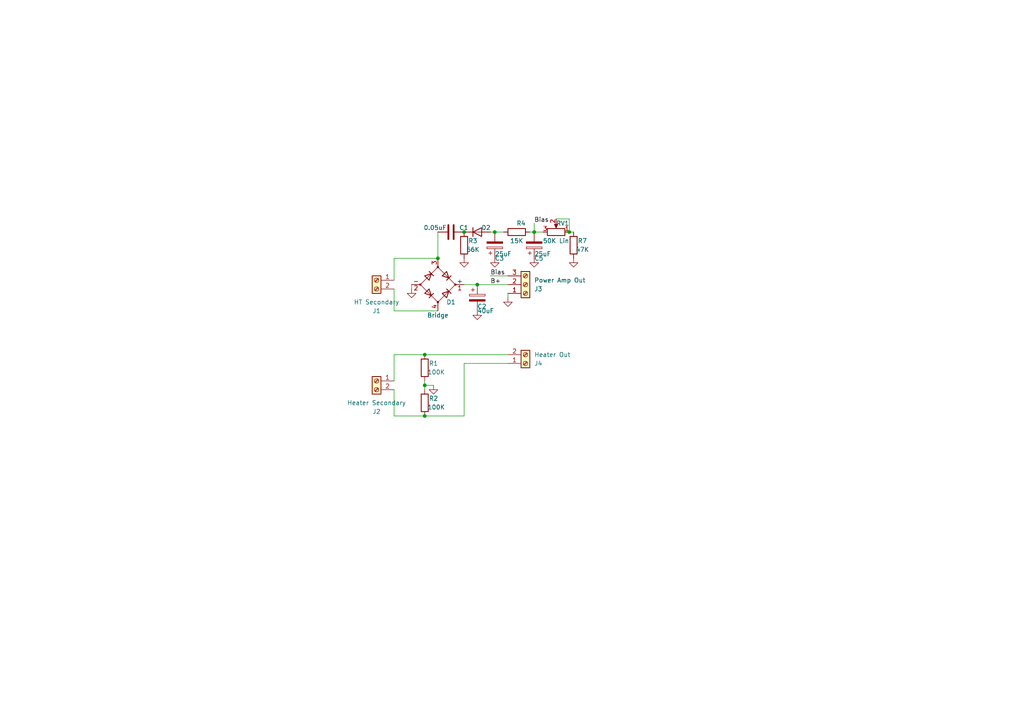
<source format=kicad_sch>
(kicad_sch (version 20230121) (generator eeschema)
  (paper "A4")
  (lib_symbols
    (symbol "Connector:Screw_Terminal_01x02" (pin_names (offset 1.016) hide)
      (property "Reference" "J" (at 0 2.54 0))
      (property "Value" "Screw_Terminal_01x02" (at 0 -5.08 0))
      (symbol "Screw_Terminal_01x02_1_1"
        (rectangle (start -1.27 1.27) (end 1.27 -3.81) (stroke (width 0.254)) (fill (type background)))
        (circle (center 0 -2.54) (radius 0.635) (stroke (width 0.1524)))
        (polyline (pts (xy -0.5334 -2.2098) (xy 0.3302 -3.048)) (stroke (width 0.1524)))
        (polyline (pts (xy -0.5334 0.3302) (xy 0.3302 -0.508)) (stroke (width 0.1524)))
        (polyline (pts (xy -0.3556 -2.032) (xy 0.508 -2.8702)) (stroke (width 0.1524)))
        (polyline (pts (xy -0.3556 0.508) (xy 0.508 -0.3302)) (stroke (width 0.1524)))
        (circle (center 0 0) (radius 0.635) (stroke (width 0.1524)))
        (pin passive line (at -5.08 0 0) (length 3.81) (name "Pin_1") (number "1"))
        (pin passive line (at -5.08 -2.54 0) (length 3.81) (name "Pin_2") (number "2"))
      )
    )
    (symbol "Connector:Screw_Terminal_01x03" (pin_names (offset 1.016) hide)
      (property "Reference" "J" (at 0 5.08 0))
      (property "Value" "Screw_Terminal_01x03" (at 0 -5.08 0))
      (symbol "Screw_Terminal_01x03_1_1"
        (rectangle (start -1.27 3.81) (end 1.27 -3.81) (stroke (width 0.254)) (fill (type background)))
        (circle (center 0 -2.54) (radius 0.635) (stroke (width 0.1524)))
        (polyline (pts (xy -0.5334 -2.2098) (xy 0.3302 -3.048)) (stroke (width 0.1524)))
        (polyline (pts (xy -0.5334 0.3302) (xy 0.3302 -0.508)) (stroke (width 0.1524)))
        (polyline (pts (xy -0.5334 2.8702) (xy 0.3302 2.032)) (stroke (width 0.1524)))
        (polyline (pts (xy -0.3556 -2.032) (xy 0.508 -2.8702)) (stroke (width 0.1524)))
        (polyline (pts (xy -0.3556 0.508) (xy 0.508 -0.3302)) (stroke (width 0.1524)))
        (polyline (pts (xy -0.3556 3.048) (xy 0.508 2.2098)) (stroke (width 0.1524)))
        (circle (center 0 0) (radius 0.635) (stroke (width 0.1524)))
        (circle (center 0 2.54) (radius 0.635) (stroke (width 0.1524)))
        (pin passive line (at -5.08 2.54 0) (length 3.81) (name "Pin_1") (number "1"))
        (pin passive line (at -5.08 0 0) (length 3.81) (name "Pin_2") (number "2"))
        (pin passive line (at -5.08 -2.54 0) (length 3.81) (name "Pin_3") (number "3"))
      )
    )
    (symbol "Device:C" (pin_numbers hide) (pin_names (offset 0.254))
      (property "Reference" "C" (at 0.635 2.54 0))
      (property "Value" "C" (at 0.635 -2.54 0))
      (symbol "C_0_1"
        (polyline (pts (xy -2.032 -0.762) (xy 2.032 -0.762)) (stroke (width 0.508)))
        (polyline (pts (xy -2.032 0.762) (xy 2.032 0.762)) (stroke (width 0.508)))
      )
      (symbol "C_1_1"
        (pin passive line (at 0 3.81 270) (length 2.794) (name "~") (number "1"))
        (pin passive line (at 0 -3.81 90) (length 2.794) (name "~") (number "2"))
      )
    )
    (symbol "Device:C_Polarized" (pin_numbers hide) (pin_names (offset 0.254))
      (property "Reference" "C" (at 0.635 2.54 0))
      (property "Value" "C_Polarized" (at 0.635 -2.54 0))
      (symbol "C_Polarized_0_1"
        (rectangle (start -2.286 0.508) (end 2.286 1.016))
        (polyline (pts (xy -1.778 2.286) (xy -0.762 2.286)))
        (polyline (pts (xy -1.27 2.794) (xy -1.27 1.778)))
        (rectangle (start 2.286 -0.508) (end -2.286 -1.016) (fill (type outline)))
      )
      (symbol "C_Polarized_1_1"
        (pin passive line (at 0 3.81 270) (length 2.794) (name "~") (number "1"))
        (pin passive line (at 0 -3.81 90) (length 2.794) (name "~") (number "2"))
      )
    )
    (symbol "Device:D" (pin_numbers hide) (pin_names (offset 1.016) hide)
      (property "Reference" "D" (at 0 2.54 0))
      (property "Value" "D" (at 0 -2.54 0))
      (symbol "D_0_1"
        (polyline (pts (xy -1.27 1.27) (xy -1.27 -1.27)) (stroke (width 0.254)))
        (polyline (pts (xy 1.27 0) (xy -1.27 0)))
        (polyline (pts (xy 1.27 1.27) (xy 1.27 -1.27) (xy -1.27 0) (xy 1.27 1.27)) (stroke (width 0.254)))
      )
      (symbol "D_1_1"
        (pin passive line (at -3.81 0 0) (length 2.54) (name "K") (number "1"))
        (pin passive line (at 3.81 0 180) (length 2.54) (name "A") (number "2"))
      )
    )
    (symbol "Device:D_Bridge_+-AA" (pin_names (offset 0))
      (property "Reference" "D" (at 2.54 6.985 0))
      (property "Value" "D_Bridge_+-AA" (at 2.54 5.08 0))
      (symbol "D_Bridge_+-AA_0_1"
        (circle (center -5.08 0) (radius 0.254) (fill (type outline)))
        (circle (center 0 -5.08) (radius 0.254) (fill (type outline)))
        (polyline (pts (xy -2.54 3.81) (xy -1.27 2.54)) (stroke (width 0.254)))
        (polyline (pts (xy -1.27 -2.54) (xy -2.54 -3.81)) (stroke (width 0.254)))
        (polyline (pts (xy 2.54 -1.27) (xy 3.81 -2.54)) (stroke (width 0.254)))
        (polyline (pts (xy 2.54 1.27) (xy 3.81 2.54)) (stroke (width 0.254)))
        (polyline (pts (xy -3.81 2.54) (xy -2.54 1.27) (xy -1.905 3.175) (xy -3.81 2.54)) (stroke (width 0.254)))
        (polyline (pts (xy -2.54 -1.27) (xy -3.81 -2.54) (xy -1.905 -3.175) (xy -2.54 -1.27)) (stroke (width 0.254)))
        (polyline (pts (xy 1.27 2.54) (xy 2.54 3.81) (xy 3.175 1.905) (xy 1.27 2.54)) (stroke (width 0.254)))
        (polyline (pts (xy 3.175 -1.905) (xy 1.27 -2.54) (xy 2.54 -3.81) (xy 3.175 -1.905)) (stroke (width 0.254)))
        (polyline (pts (xy -5.08 0) (xy 0 -5.08) (xy 5.08 0) (xy 0 5.08) (xy -5.08 0)))
        (circle (center 0 5.08) (radius 0.254) (fill (type outline)))
        (circle (center 5.08 0) (radius 0.254) (fill (type outline)))
      )
      (symbol "D_Bridge_+-AA_1_1"
        (pin passive line (at 7.62 0 180) (length 2.54) (name "+") (number "1"))
        (pin passive line (at -7.62 0 0) (length 2.54) (name "-") (number "2"))
        (pin passive line (at 0 7.62 270) (length 2.54) (name "~") (number "3"))
        (pin passive line (at 0 -7.62 90) (length 2.54) (name "~") (number "4"))
      )
    )
    (symbol "Device:R" (pin_numbers hide) (pin_names (offset 0))
      (property "Reference" "R" (at 2.032 0 90))
      (property "Value" "R" (at 0 0 90))
      (symbol "R_0_1"
        (rectangle (start -1.016 -2.54) (end 1.016 2.54) (stroke (width 0.254)))
      )
      (symbol "R_1_1"
        (pin passive line (at 0 3.81 270) (length 1.27) (name "~") (number "1"))
        (pin passive line (at 0 -3.81 90) (length 1.27) (name "~") (number "2"))
      )
    )
    (symbol "Device:R_Potentiometer" (pin_names (offset 1.016) hide)
      (property "Reference" "RV" (at -4.445 0 90))
      (property "Value" "R_Potentiometer" (at -2.54 0 90))
      (symbol "R_Potentiometer_0_1"
        (polyline (pts (xy 2.54 0) (xy 1.524 0)))
        (polyline (pts (xy 1.143 0) (xy 2.286 0.508) (xy 2.286 -0.508) (xy 1.143 0)) (fill (type outline)))
        (rectangle (start 1.016 2.54) (end -1.016 -2.54) (stroke (width 0.254)))
      )
      (symbol "R_Potentiometer_1_1"
        (pin passive line (at 0 3.81 270) (length 1.27) (name "1") (number "1"))
        (pin passive line (at 3.81 0 180) (length 1.27) (name "2") (number "2"))
        (pin passive line (at 0 -3.81 90) (length 1.27) (name "3") (number "3"))
      )
    )
    (symbol "power:GND" (power) (pin_names (offset 0))
      (property "Value" "GND" (at 0 -3.81 0))
      (symbol "GND_0_1"
        (polyline (pts (xy 0 0) (xy 0 -1.27) (xy 1.27 -1.27) (xy 0 -2.54) (xy -1.27 -1.27) (xy 0 -1.27)))
      )
      (symbol "GND_1_1"
        (pin power_in line (at 0 0 270) (length 0) hide (name "GND") (number "1"))
      )
    )
  )
  (junction (at 123.19 111.76))
  (junction (at 154.94 67.31))
  (junction (at 143.51 67.31))
  (junction (at 165.1 67.31))
  (junction (at 127 74.93))
  (junction (at 123.19 102.87))
  (junction (at 123.19 120.65))
  (junction (at 134.62 67.31))
  (junction (at 138.43 82.55))
  (wire (pts (xy 114.3 102.87) (xy 123.19 102.87)))
  (wire (pts (xy 154.94 67.31) (xy 157.48 67.31)))
  (wire (pts (xy 125.73 111.76) (xy 123.19 111.76)))
  (wire (pts (xy 127 67.31) (xy 127 74.93)))
  (wire (pts (xy 154.94 64.77) (xy 154.94 67.31)))
  (wire (pts (xy 134.62 105.41) (xy 147.32 105.41)))
  (wire (pts (xy 114.3 120.65) (xy 123.19 120.65)))
  (wire (pts (xy 146.05 67.31) (xy 143.51 67.31)))
  (wire (pts (xy 123.19 120.65) (xy 134.62 120.65)))
  (wire (pts (xy 165.1 63.5) (xy 165.1 67.31)))
  (wire (pts (xy 134.62 82.55) (xy 138.43 82.55)))
  (wire (pts (xy 114.3 113.03) (xy 114.3 120.65)))
  (wire (pts (xy 123.19 111.76) (xy 123.19 113.03)))
  (wire (pts (xy 114.3 74.93) (xy 127 74.93)))
  (wire (pts (xy 143.51 67.31) (xy 142.24 67.31)))
  (wire (pts (xy 147.32 85.09) (xy 147.32 86.36)))
  (wire (pts (xy 134.62 120.65) (xy 134.62 105.41)))
  (wire (pts (xy 161.29 63.5) (xy 165.1 63.5)))
  (wire (pts (xy 119.38 83.82) (xy 119.38 82.55)))
  (wire (pts (xy 123.19 102.87) (xy 147.32 102.87)))
  (wire (pts (xy 142.24 80.01) (xy 147.32 80.01)))
  (wire (pts (xy 153.67 67.31) (xy 154.94 67.31)))
  (wire (pts (xy 123.19 110.49) (xy 123.19 111.76)))
  (wire (pts (xy 114.3 83.82) (xy 114.3 90.17)))
  (wire (pts (xy 114.3 74.93) (xy 114.3 81.28)))
  (wire (pts (xy 114.3 102.87) (xy 114.3 110.49)))
  (wire (pts (xy 138.43 82.55) (xy 147.32 82.55)))
  (wire (pts (xy 166.37 67.31) (xy 165.1 67.31)))
  (wire (pts (xy 114.3 90.17) (xy 127 90.17)))
  (label "Bias" (at 154.94 64.77 0))
  (label "Bias" (at 142.24 80.01 0))
  (label "B+" (at 142.24 82.55 0))
  (symbol (lib_id "Connector:Screw_Terminal_01x02") (at 152.4 105.41 0) (mirror x) (unit 1)
    (property "Reference" "J4" (at 154.94 105.41 0) (effects (justify left)))
    (property "Value" "Heater Out" (at 154.94 102.87 0) (effects (justify left)))
    (property "Footprint" "CustomFootprints:Molex_Micro-Fit_3.0_43650-0215_1x02_P3.00mm_Vertical" (effects hide))
  )
  (symbol (lib_id "power:GND") (at 154.94 74.93 0) (unit 1)
    (property "Reference" "#PWR08" (effects hide))
    (property "Value" "GND" (effects hide))
  )
  (symbol (lib_id "Connector:Screw_Terminal_01x02") (at 109.22 81.28 0) (mirror y) (unit 1)
    (property "Reference" "J1" (at 109.22 90.17 0))
    (property "Value" "HT Secondary" (at 109.22 87.63 0))
    (property "Footprint" "CustomFootprints:Molex_Micro-Fit_3.0_43045-0412_2x02_P3.00mm_Vertical" (effects hide))
  )
  (symbol (lib_id "Device:R") (at 123.19 106.68 180) (unit 1)
    (property "Reference" "R1" (at 125.73 105.41 0))
    (property "Value" "100K " (at 127 107.95 0))
    (property "Footprint" "Resistor_THT:R_Axial_DIN0309_L9.0mm_D3.2mm_P12.70mm_Horizontal" (effects hide))
  )
  (symbol (lib_id "Device:C_Polarized") (at 143.51 71.12 0) (mirror x) (unit 1)
    (property "Reference" "C3" (at 143.51 74.93 0) (effects (justify left)))
    (property "Value" "25uF" (at 143.51 73.66 0) (effects (justify left)))
    (property "Footprint" "Capacitor_THT:CP_Radial_D13.0mm_P5.00mm" (effects hide))
  )
  (symbol (lib_id "power:GND") (at 119.38 83.82 0) (unit 1)
    (property "Reference" "#PWR02" (effects hide))
    (property "Value" "GND" (effects hide))
  )
  (symbol (lib_id "power:GND") (at 134.62 74.93 0) (unit 1)
    (property "Reference" "#PWR04" (effects hide))
    (property "Value" "GND" (effects hide))
  )
  (symbol (lib_id "power:GND") (at 166.37 74.93 0) (unit 1)
    (property "Reference" "#PWR010" (effects hide))
    (property "Value" "GND" (effects hide))
  )
  (symbol (lib_id "Device:R") (at 149.86 67.31 90) (unit 1)
    (property "Reference" "R4" (at 151.13 64.77 90))
    (property "Value" "15K" (at 149.86 69.85 90))
    (property "Footprint" "Resistor_THT:R_Axial_DIN0309_L9.0mm_D3.2mm_P12.70mm_Horizontal" (effects hide))
  )
  (symbol (lib_id "Connector:Screw_Terminal_01x03") (at 152.4 82.55 0) (mirror x) (unit 1)
    (property "Reference" "J3" (at 154.94 83.82 0) (effects (justify left)))
    (property "Value" "Power Amp Out" (at 154.94 81.28 0) (effects (justify left)))
    (property "Footprint" "CustomFootprints:Molex_Micro-Fit_3.0_43650-0315_1x03_P3.00mm_Vertical" (effects hide))
  )
  (symbol (lib_id "Device:D") (at 138.43 67.31 0) (unit 1)
    (property "Reference" "D2" (at 140.97 66.04 0))
    (property "Value" "D" (effects hide))
    (property "Footprint" "Diode_THT:D_DO-41_SOD81_P7.62mm_Horizontal" (effects hide))
    (property "Sim.Device" "D" (effects hide))
    (property "Sim.Pins" "1=K 2=A" (effects hide))
  )
  (symbol (lib_id "Device:C_Polarized") (at 154.94 71.12 0) (mirror x) (unit 1)
    (property "Reference" "C5" (at 154.94 74.93 0) (effects (justify left)))
    (property "Value" "25uF" (at 154.94 73.66 0) (effects (justify left)))
    (property "Footprint" "Capacitor_THT:CP_Radial_D13.0mm_P5.00mm" (effects hide))
  )
  (symbol (lib_id "Device:R_Potentiometer") (at 161.29 67.31 270) (mirror x) (unit 1)
    (property "Reference" "RV1" (at 165.1 64.77 90) (effects (justify right)))
    (property "Value" "50K Lin" (at 165.1 69.85 90) (effects (justify right)))
    (property "Footprint" "CustomFootprints:TRIM_PV36W503C01B00" (effects hide))
  )
  (symbol (lib_id "power:GND") (at 143.51 74.93 0) (unit 1)
    (property "Reference" "#PWR06" (effects hide))
    (property "Value" "GND" (effects hide))
  )
  (symbol (lib_id "Connector:Screw_Terminal_01x02") (at 109.22 110.49 0) (mirror y) (unit 1)
    (property "Reference" "J2" (at 109.22 119.38 0))
    (property "Value" "Heater Secondary" (at 109.22 116.84 0))
    (property "Footprint" "CustomFootprints:Molex_Micro-Fit_3.0_43045-0412_2x02_P3.00mm_Vertical" (effects hide))
  )
  (symbol (lib_id "power:GND") (at 125.73 111.76 0) (unit 1)
    (property "Reference" "#PWR03" (effects hide))
    (property "Value" "GND" (effects hide))
  )
  (symbol (lib_id "power:GND") (at 138.43 90.17 0) (unit 1)
    (property "Reference" "#PWR05" (effects hide))
    (property "Value" "GND" (effects hide))
  )
  (symbol (lib_id "Device:D_Bridge_+-AA") (at 127 82.55 0) (unit 1)
    (property "Reference" "D1" (at 130.81 87.63 0))
    (property "Value" "Bridge" (at 127 91.44 0))
    (property "Footprint" "Diode_THT:Diode_Bridge_Vishay_GBL" (effects hide))
  )
  (symbol (lib_id "Device:C_Polarized") (at 138.43 86.36 0) (unit 1)
    (property "Reference" "C2" (at 138.43 88.9 0) (effects (justify left)))
    (property "Value" "40uF" (at 138.43 90.17 0) (effects (justify left)))
    (property "Footprint" "Capacitor_THT:CP_Radial_D13.0mm_P5.00mm" (effects hide))
  )
  (symbol (lib_id "Device:R") (at 134.62 71.12 0) (unit 1)
    (property "Reference" "R3" (at 137.16 69.85 0))
    (property "Value" "56K" (at 137.16 72.39 0))
    (property "Footprint" "Resistor_THT:R_Axial_DIN0309_L9.0mm_D3.2mm_P12.70mm_Horizontal" (effects hide))
  )
  (symbol (lib_id "Device:C") (at 130.81 67.31 90) (unit 1)
    (property "Reference" "C1" (at 135.89 66.04 90) (effects (justify left)))
    (property "Value" "0.05uF" (at 129.54 66.04 90) (effects (justify left)))
    (property "Footprint" "CustomFootprints:CAPRR1500W80L1800T700H1250" (effects hide))
  )
  (symbol (lib_id "Device:R") (at 123.19 116.84 180) (unit 1)
    (property "Reference" "R2" (at 125.73 115.57 0))
    (property "Value" "100K " (at 127 118.11 0))
    (property "Footprint" "Resistor_THT:R_Axial_DIN0309_L9.0mm_D3.2mm_P12.70mm_Horizontal" (effects hide))
  )
  (symbol (lib_id "power:GND") (at 147.32 86.36 0) (unit 1)
    (property "Reference" "#PWR01" (effects hide))
    (property "Value" "GND" (effects hide))
  )
  (symbol (lib_id "Device:R") (at 166.37 71.12 0) (unit 1)
    (property "Reference" "R7" (at 168.91 69.85 0))
    (property "Value" "47K" (at 168.91 72.39 0))
    (property "Footprint" "Resistor_THT:R_Axial_DIN0309_L9.0mm_D3.2mm_P12.70mm_Horizontal" (effects hide))
  )
)
</source>
